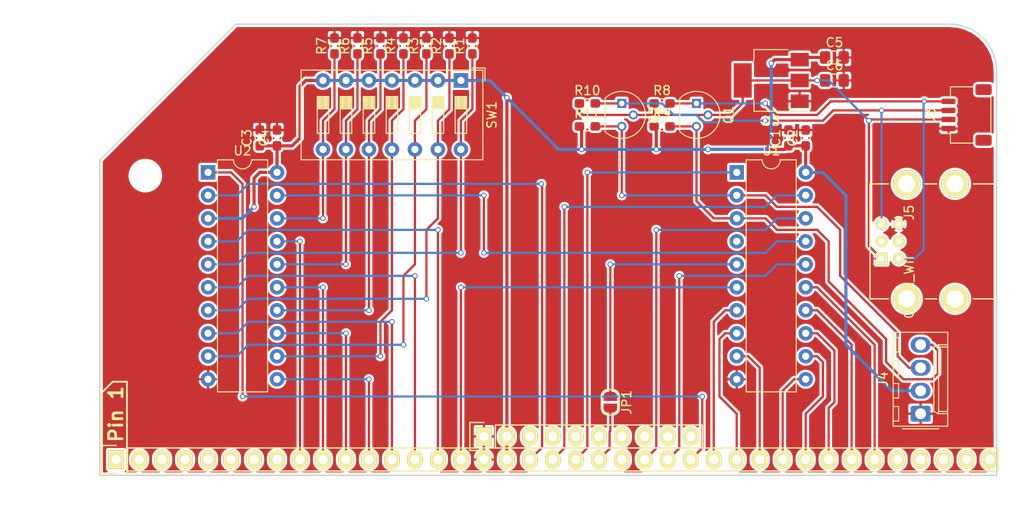
<source format=kicad_pcb>
(kicad_pcb (version 20171130) (host pcbnew "(5.1.5)-3")
  (layers (0 F.Cu signal) (31 B.Cu signal) (34 B.Paste user) (35 F.Paste user) (36 B.SilkS user) (37 F.SilkS user) (38 B.Mask user) (39 F.Mask user) (44 Edge.Cuts user))
  (net 0 "")
  (net 1 GND)
  (net 2 VCC)
  (net 3 A7)
  (net 4 A6)
  (net 5 A5)
  (net 6 A4)
  (net 7 A3)
  (net 8 A2)
  (net 9 A1)
  (net 10 A0)
  (net 11 /M1)
  (net 12 /RST)
  (net 13 CLK)
  (net 14 INT)
  (net 15 /WR)
  (net 16 /RD)
  (net 17 /IORQ)
  (net 18 D0)
  (net 19 D1)
  (net 20 D2)
  (net 21 D3)
  (net 22 D4)
  (net 23 D5)
  (net 24 D6)
  (net 25 D7)
  (net 26 +3V3)
  (net 27 "Net-(JP1-Pad1)")
  (net 28 /SCL_5)
  (net 29 /SCL_3.3)
  (net 30 /SDA_3.3)
  (net 31 /SDA_5)
  (net 32 "Net-(R1-Pad1)")
  (net 33 "Net-(R2-Pad1)")
  (net 34 "Net-(R3-Pad1)")
  (net 35 "Net-(R4-Pad1)")
  (net 36 "Net-(R5-Pad1)")
  (net 37 "Net-(R6-Pad1)")
  (net 38 "Net-(R7-Pad1)")
  (net 39 /~CS)
  (module Pin_Headers:Pin_Header_Straight_1x39_Pitch2.54mm (layer F.Cu) (at 147.32 152.3746 90)
    (fp_text reference J1 hide)
    (fp_text value CONN_01X39)
    (pad 1 thru_hole rect (at 0 0 90) (size 2.032 1.7272) (drill 1.016) (layers *.Cu *.Mask F.SilkS))
    (pad 2 thru_hole oval (at 0 2.54 90) (size 2.032 1.7272) (drill 1.016) (layers *.Cu *.Mask F.SilkS))
    (pad 3 thru_hole oval (at 0 5.08 90) (size 2.032 1.7272) (drill 1.016) (layers *.Cu *.Mask F.SilkS))
    (pad 4 thru_hole oval (at 0 7.62 90) (size 2.032 1.7272) (drill 1.016) (layers *.Cu *.Mask F.SilkS))
    (pad 5 thru_hole oval (at 0 10.16 90) (size 2.032 1.7272) (drill 1.016) (layers *.Cu *.Mask F.SilkS))
    (pad 6 thru_hole oval (at 0 12.7 90) (size 2.032 1.7272) (drill 1.016) (layers *.Cu *.Mask F.SilkS))
    (pad 7 thru_hole oval (at 0 15.24 90) (size 2.032 1.7272) (drill 1.016) (layers *.Cu *.Mask F.SilkS))
    (pad 8 thru_hole oval (at 0 17.78 90) (size 2.032 1.7272) (drill 1.016) (layers *.Cu *.Mask F.SilkS))
    (pad 9 thru_hole oval (at 0 20.32 90) (size 2.032 1.7272) (drill 1.016) (layers *.Cu *.Mask F.SilkS) (net 3 A7))
    (pad 10 thru_hole oval (at 0 22.86 90) (size 2.032 1.7272) (drill 1.016) (layers *.Cu *.Mask F.SilkS) (net 4 A6))
    (pad 11 thru_hole oval (at 0 25.4 90) (size 2.032 1.7272) (drill 1.016) (layers *.Cu *.Mask F.SilkS) (net 5 A5))
    (pad 12 thru_hole oval (at 0 27.94 90) (size 2.032 1.7272) (drill 1.016) (layers *.Cu *.Mask F.SilkS) (net 6 A4))
    (pad 13 thru_hole oval (at 0 30.48 90) (size 2.032 1.7272) (drill 1.016) (layers *.Cu *.Mask F.SilkS) (net 7 A3))
    (pad 14 thru_hole oval (at 0 33.02 90) (size 2.032 1.7272) (drill 1.016) (layers *.Cu *.Mask F.SilkS) (net 8 A2))
    (pad 15 thru_hole oval (at 0 35.56 90) (size 2.032 1.7272) (drill 1.016) (layers *.Cu *.Mask F.SilkS) (net 9 A1))
    (pad 16 thru_hole oval (at 0 38.1 90) (size 2.032 1.7272) (drill 1.016) (layers *.Cu *.Mask F.SilkS) (net 10 A0))
    (pad 17 thru_hole oval (at 0 40.64 90) (size 2.032 1.7272) (drill 1.016) (layers *.Cu *.Mask F.SilkS) (net 1 GND))
    (pad 18 thru_hole oval (at 0 43.18 90) (size 2.032 1.7272) (drill 1.016) (layers *.Cu *.Mask F.SilkS) (net 2 VCC))
    (pad 19 thru_hole oval (at 0 45.72 90) (size 2.032 1.7272) (drill 1.016) (layers *.Cu *.Mask F.SilkS) (net 11 /M1))
    (pad 20 thru_hole oval (at 0 48.26 90) (size 2.032 1.7272) (drill 1.016) (layers *.Cu *.Mask F.SilkS) (net 12 /RST))
    (pad 21 thru_hole oval (at 0 50.8 90) (size 2.032 1.7272) (drill 1.016) (layers *.Cu *.Mask F.SilkS) (net 13 CLK))
    (pad 22 thru_hole oval (at 0 53.34 90) (size 2.032 1.7272) (drill 1.016) (layers *.Cu *.Mask F.SilkS) (net 14 INT))
    (pad 23 thru_hole oval (at 0 55.88 90) (size 2.032 1.7272) (drill 1.016) (layers *.Cu *.Mask F.SilkS))
    (pad 24 thru_hole oval (at 0 58.42 90) (size 2.032 1.7272) (drill 1.016) (layers *.Cu *.Mask F.SilkS) (net 15 /WR))
    (pad 25 thru_hole oval (at 0 60.96 90) (size 2.032 1.7272) (drill 1.016) (layers *.Cu *.Mask F.SilkS) (net 16 /RD))
    (pad 26 thru_hole oval (at 0 63.5 90) (size 2.032 1.7272) (drill 1.016) (layers *.Cu *.Mask F.SilkS) (net 17 /IORQ))
    (pad 27 thru_hole oval (at 0 66.04 90) (size 2.032 1.7272) (drill 1.016) (layers *.Cu *.Mask F.SilkS) (net 18 D0))
    (pad 28 thru_hole oval (at 0 68.58 90) (size 2.032 1.7272) (drill 1.016) (layers *.Cu *.Mask F.SilkS) (net 19 D1))
    (pad 29 thru_hole oval (at 0 71.12 90) (size 2.032 1.7272) (drill 1.016) (layers *.Cu *.Mask F.SilkS) (net 20 D2))
    (pad 30 thru_hole oval (at 0 73.66 90) (size 2.032 1.7272) (drill 1.016) (layers *.Cu *.Mask F.SilkS) (net 21 D3))
    (pad 31 thru_hole oval (at 0 76.2 90) (size 2.032 1.7272) (drill 1.016) (layers *.Cu *.Mask F.SilkS) (net 22 D4))
    (pad 32 thru_hole oval (at 0 78.74 90) (size 2.032 1.7272) (drill 1.016) (layers *.Cu *.Mask F.SilkS) (net 23 D5))
    (pad 33 thru_hole oval (at 0 81.28 90) (size 2.032 1.7272) (drill 1.016) (layers *.Cu *.Mask F.SilkS) (net 24 D6))
    (pad 34 thru_hole oval (at 0 83.82 90) (size 2.032 1.7272) (drill 1.016) (layers *.Cu *.Mask F.SilkS) (net 25 D7))
    (pad 35 thru_hole oval (at 0 86.36 90) (size 2.032 1.7272) (drill 1.016) (layers *.Cu *.Mask F.SilkS))
    (pad 36 thru_hole oval (at 0 88.9 90) (size 2.032 1.7272) (drill 1.016) (layers *.Cu *.Mask F.SilkS))
    (pad 37 thru_hole oval (at 0 91.44 90) (size 2.032 1.7272) (drill 1.016) (layers *.Cu *.Mask F.SilkS))
    (pad 38 thru_hole oval (at 0 93.98 90) (size 2.032 1.7272) (drill 1.016) (layers *.Cu *.Mask F.SilkS))
    (pad 39 thru_hole oval (at 0 96.52 90) (size 2.032 1.7272) (drill 1.016) (layers *.Cu *.Mask F.SilkS))
  )
  (module Mounting_Holes:MountingHole_3.2mm_M3 (layer F.Cu) (at 150.5458 121.0056)
    (fp_text reference MNT0 hide)
    (fp_text value "" hide)
    (pad "" np_thru_hole circle (at 0 0) (size 3.2 3.2) (drill 3.2) (layers *.Cu *.Mask F.SilkS))
  )
  (module Pin_Headers:Pin_Header_Straight_1x10_Pitch2.54mm (layer F.Cu) (at 187.96 149.8346 90)
    (fp_text reference J2 hide)
    (fp_text value CONN_01X10 hide)
    (pad 1 thru_hole rect (at 0 0 90) (size 2.032 1.7272) (drill 1.016) (layers *.Cu *.Mask F.SilkS) (net 1 GND))
    (pad 2 thru_hole oval (at 0 2.54 90) (size 2.032 1.7272) (drill 1.016) (layers *.Cu *.Mask F.SilkS) (net 2 VCC))
    (pad 3 thru_hole oval (at 0 5.08 90) (size 2.032 1.7272) (drill 1.016) (layers *.Cu *.Mask F.SilkS))
    (pad 4 thru_hole oval (at 0 7.62 90) (size 2.032 1.7272) (drill 1.016) (layers *.Cu *.Mask F.SilkS))
    (pad 5 thru_hole oval (at 0 10.16 90) (size 2.032 1.7272) (drill 1.016) (layers *.Cu *.Mask F.SilkS))
    (pad 6 thru_hole oval (at 0 12.7 90) (size 2.032 1.7272) (drill 1.016) (layers *.Cu *.Mask F.SilkS))
    (pad 7 thru_hole oval (at 0 15.24 90) (size 2.032 1.7272) (drill 1.016) (layers *.Cu *.Mask F.SilkS))
    (pad 8 thru_hole oval (at 0 17.78 90) (size 2.032 1.7272) (drill 1.016) (layers *.Cu *.Mask F.SilkS))
    (pad 9 thru_hole oval (at 0 20.32 90) (size 2.032 1.7272) (drill 1.016) (layers *.Cu *.Mask F.SilkS))
    (pad 10 thru_hole oval (at 0 22.86 90) (size 2.032 1.7272) (drill 1.016) (layers *.Cu *.Mask F.SilkS))
  )
  (module Resistor_SMD:R_0603_1608Metric_Pad1.05x0.95mm_HandSolder (layer F.Cu) (at 221.615 116.84 90)
    (fp_text reference C1 (at 0 -1.43 90) (layer F.SilkS))
    (fp_text value 1u)
    (pad 2 smd roundrect (at 0.875 0 90) (size 1.05 0.95) (layers F.Cu F.Paste F.Mask) (net 1 GND))
    (pad 1 smd roundrect (at -0.875 0 90) (size 1.05 0.95) (layers F.Cu F.Paste F.Mask) (net 2 VCC))
  )
  (module Resistor_SMD:R_0603_1608Metric_Pad1.05x0.95mm_HandSolder (layer F.Cu) (at 223.52 116.84 90)
    (fp_text reference C2 (at 0 -1.43 90) (layer F.SilkS))
    (fp_text value 100n)
    (pad 1 smd roundrect (at -0.875 0 90) (size 1.05 0.95) (layers F.Cu F.Paste F.Mask) (net 2 VCC))
    (pad 2 smd roundrect (at 0.875 0 90) (size 1.05 0.95) (layers F.Cu F.Paste F.Mask) (net 1 GND))
  )
  (module Resistor_SMD:R_0603_1608Metric_Pad1.05x0.95mm_HandSolder (layer F.Cu) (at 163.195 116.84 90)
    (fp_text reference C3 (at 0 -1.43 90) (layer F.SilkS))
    (fp_text value 1u)
    (pad 2 smd roundrect (at 0.875 0 90) (size 1.05 0.95) (layers F.Cu F.Paste F.Mask) (net 1 GND))
    (pad 1 smd roundrect (at -0.875 0 90) (size 1.05 0.95) (layers F.Cu F.Paste F.Mask) (net 2 VCC))
  )
  (module Resistor_SMD:R_0603_1608Metric_Pad1.05x0.95mm_HandSolder (layer F.Cu) (at 165.1 116.84 90)
    (fp_text reference C4 (at 0 -1.43 90) (layer F.SilkS))
    (fp_text value 100n)
    (pad 1 smd roundrect (at -0.875 0 90) (size 1.05 0.95) (layers F.Cu F.Paste F.Mask) (net 2 VCC))
    (pad 2 smd roundrect (at 0.875 0 90) (size 1.05 0.95) (layers F.Cu F.Paste F.Mask) (net 1 GND))
  )
  (module Resistor_SMD:R_0805_2012Metric_Pad1.15x1.40mm_HandSolder (layer F.Cu) (at 226.695 107.95)
    (fp_text reference C5 (at 0 -1.65) (layer F.SilkS))
    (fp_text value 10u)
    (pad 1 smd roundrect (at -1.025 0) (size 1.15 1.4) (layers F.Cu F.Paste F.Mask) (roundrect_rratio 0.217391) (net 2 VCC))
    (pad 2 smd roundrect (at 1.025 0) (size 1.15 1.4) (layers F.Cu F.Paste F.Mask) (roundrect_rratio 0.217391) (net 1 GND))
  )
  (module Resistor_SMD:R_0805_2012Metric_Pad1.15x1.40mm_HandSolder (layer F.Cu) (at 226.695 110.49)
    (fp_text reference C6 (at 0 -1.65) (layer F.SilkS))
    (fp_text value 10u)
    (pad 2 smd roundrect (at 1.025 0) (size 1.15 1.4) (layers F.Cu F.Paste F.Mask) (roundrect_rratio 0.217391) (net 1 GND))
    (pad 1 smd roundrect (at -1.025 0) (size 1.15 1.4) (layers F.Cu F.Paste F.Mask) (roundrect_rratio 0.217391) (net 26 +3V3))
  )
  (module Jumper:SolderJumper-2_P1.3mm_Open_RoundedPad1.0x1.5mm (layer F.Cu) (at 201.93 146.05 270)
    (fp_text reference JP1 (at 0 -1.8 270) (layer F.SilkS))
    (fp_text value SolderJumper_2_Open)
    (pad 1 smd custom (at -0.65 0 270) (size 1 0.5) (layers F.Cu F.Mask) (net 27 "Net-(JP1-Pad1)") (options (clearance outline) (anchor rect)) (primitives (gr_circle (center 0 0.25) (end 0.5 0.25) (width 0)) (gr_circle (center 0 -0.25) (end 0.5 -0.25) (width 0)) (gr_poly (pts (xy 0 -0.75) (xy 0.5 -0.75) (xy 0.5 0.75) (xy 0 0.75)) (width 0))))
    (pad 2 smd custom (at 0.65 0 270) (size 1 0.5) (layers F.Cu F.Mask) (net 14 INT) (options (clearance outline) (anchor rect)) (primitives (gr_circle (center 0 0.25) (end 0.5 0.25) (width 0)) (gr_circle (center 0 -0.25) (end 0.5 -0.25) (width 0)) (gr_poly (pts (xy 0 -0.75) (xy -0.5 -0.75) (xy -0.5 0.75) (xy 0 0.75)) (width 0))))
  )
  (module TO_SOT_Packages_THT:TO-92_Molded_Narrow (layer F.Cu) (at 211.455 113.03 270)
    (fp_text reference Q1 (at 1.27 -3.56 90) (layer F.SilkS))
    (fp_text value 2N7000)
    (pad 2 thru_hole circle (at 1.27 -1.27) (size 1 1) (drill 0.6) (layers *.Cu *.Mask) (net 26 +3V3))
    (pad 3 thru_hole circle (at 2.54 0) (size 1 1) (drill 0.6) (layers *.Cu *.Mask) (net 28 /SCL_5))
    (pad 1 thru_hole rect (at 0 0) (size 1 1) (drill 0.6) (layers *.Cu *.Mask) (net 29 /SCL_3.3))
  )
  (module TO_SOT_Packages_THT:TO-92_Molded_Narrow (layer F.Cu) (at 203.2 113.03 270)
    (fp_text reference Q2 (at 1.27 -3.56 90) (layer F.SilkS))
    (fp_text value 2N7000)
    (pad 1 thru_hole rect (at 0 0) (size 1 1) (drill 0.6) (layers *.Cu *.Mask) (net 30 /SDA_3.3))
    (pad 3 thru_hole circle (at 2.54 0) (size 1 1) (drill 0.6) (layers *.Cu *.Mask) (net 31 /SDA_5))
    (pad 2 thru_hole circle (at 1.27 -1.27) (size 1 1) (drill 0.6) (layers *.Cu *.Mask) (net 26 +3V3))
  )
  (module Resistor_SMD:R_0603_1608Metric_Pad1.05x0.95mm_HandSolder (layer F.Cu) (at 186.69 106.68 90)
    (fp_text reference R1 (at 0 -1.43 90) (layer F.SilkS))
    (fp_text value 10K)
    (pad 1 smd roundrect (at -0.875 0 90) (size 1.05 0.95) (layers F.Cu F.Paste F.Mask) (net 32 "Net-(R1-Pad1)"))
    (pad 2 smd roundrect (at 0.875 0 90) (size 1.05 0.95) (layers F.Cu F.Paste F.Mask) (net 1 GND))
  )
  (module Resistor_SMD:R_0603_1608Metric_Pad1.05x0.95mm_HandSolder (layer F.Cu) (at 184.15 106.68 90)
    (fp_text reference R2 (at 0 -1.43 90) (layer F.SilkS))
    (fp_text value 10K)
    (pad 2 smd roundrect (at 0.875 0 90) (size 1.05 0.95) (layers F.Cu F.Paste F.Mask) (net 1 GND))
    (pad 1 smd roundrect (at -0.875 0 90) (size 1.05 0.95) (layers F.Cu F.Paste F.Mask) (net 33 "Net-(R2-Pad1)"))
  )
  (module Resistor_SMD:R_0603_1608Metric_Pad1.05x0.95mm_HandSolder (layer F.Cu) (at 181.61 106.68 90)
    (fp_text reference R3 (at 0 -1.43 90) (layer F.SilkS))
    (fp_text value 10K)
    (pad 1 smd roundrect (at -0.875 0 90) (size 1.05 0.95) (layers F.Cu F.Paste F.Mask) (net 34 "Net-(R3-Pad1)"))
    (pad 2 smd roundrect (at 0.875 0 90) (size 1.05 0.95) (layers F.Cu F.Paste F.Mask) (net 1 GND))
  )
  (module Resistor_SMD:R_0603_1608Metric_Pad1.05x0.95mm_HandSolder (layer F.Cu) (at 179.07 106.68 90)
    (fp_text reference R4 (at 0 -1.43 90) (layer F.SilkS))
    (fp_text value 10K)
    (pad 2 smd roundrect (at 0.875 0 90) (size 1.05 0.95) (layers F.Cu F.Paste F.Mask) (net 1 GND))
    (pad 1 smd roundrect (at -0.875 0 90) (size 1.05 0.95) (layers F.Cu F.Paste F.Mask) (net 35 "Net-(R4-Pad1)"))
  )
  (module Resistor_SMD:R_0603_1608Metric_Pad1.05x0.95mm_HandSolder (layer F.Cu) (at 176.53 106.68 90)
    (fp_text reference R5 (at 0 -1.43 90) (layer F.SilkS))
    (fp_text value 10K)
    (pad 1 smd roundrect (at -0.875 0 90) (size 1.05 0.95) (layers F.Cu F.Paste F.Mask) (net 36 "Net-(R5-Pad1)"))
    (pad 2 smd roundrect (at 0.875 0 90) (size 1.05 0.95) (layers F.Cu F.Paste F.Mask) (net 1 GND))
  )
  (module Resistor_SMD:R_0603_1608Metric_Pad1.05x0.95mm_HandSolder (layer F.Cu) (at 173.99 106.68 90)
    (fp_text reference R6 (at 0 -1.43 90) (layer F.SilkS))
    (fp_text value 10K)
    (pad 2 smd roundrect (at 0.875 0 90) (size 1.05 0.95) (layers F.Cu F.Paste F.Mask) (net 1 GND))
    (pad 1 smd roundrect (at -0.875 0 90) (size 1.05 0.95) (layers F.Cu F.Paste F.Mask) (net 37 "Net-(R6-Pad1)"))
  )
  (module Resistor_SMD:R_0603_1608Metric_Pad1.05x0.95mm_HandSolder (layer F.Cu) (at 171.45 106.68 90)
    (fp_text reference R7 (at 0 -1.43 90) (layer F.SilkS))
    (fp_text value 10K)
    (pad 1 smd roundrect (at -0.875 0 90) (size 1.05 0.95) (layers F.Cu F.Paste F.Mask) (net 38 "Net-(R7-Pad1)"))
    (pad 2 smd roundrect (at 0.875 0 90) (size 1.05 0.95) (layers F.Cu F.Paste F.Mask) (net 1 GND))
  )
  (module Resistor_SMD:R_0603_1608Metric_Pad1.05x0.95mm_HandSolder (layer F.Cu) (at 207.645 113.03)
    (fp_text reference R8 (at 0 -1.43) (layer F.SilkS))
    (fp_text value 4.7K)
    (pad 2 smd roundrect (at 0.875 0) (size 1.05 0.95) (layers F.Cu F.Paste F.Mask) (net 29 /SCL_3.3))
    (pad 1 smd roundrect (at -0.875 0) (size 1.05 0.95) (layers F.Cu F.Paste F.Mask) (net 26 +3V3))
  )
  (module Resistor_SMD:R_0603_1608Metric_Pad1.05x0.95mm_HandSolder (layer F.Cu) (at 207.645 115.57)
    (fp_text reference R9 (at 0 -1.43) (layer F.SilkS))
    (fp_text value 4.7K)
    (pad 1 smd roundrect (at -0.875 0) (size 1.05 0.95) (layers F.Cu F.Paste F.Mask) (net 2 VCC))
    (pad 2 smd roundrect (at 0.875 0) (size 1.05 0.95) (layers F.Cu F.Paste F.Mask) (net 28 /SCL_5))
  )
  (module Resistor_SMD:R_0603_1608Metric_Pad1.05x0.95mm_HandSolder (layer F.Cu) (at 199.39 113.03)
    (fp_text reference R10 (at 0 -1.43) (layer F.SilkS))
    (fp_text value 4.7K)
    (pad 2 smd roundrect (at 0.875 0) (size 1.05 0.95) (layers F.Cu F.Paste F.Mask) (net 30 /SDA_3.3))
    (pad 1 smd roundrect (at -0.875 0) (size 1.05 0.95) (layers F.Cu F.Paste F.Mask) (net 26 +3V3))
  )
  (module Resistor_SMD:R_0603_1608Metric_Pad1.05x0.95mm_HandSolder (layer F.Cu) (at 199.39 115.57)
    (fp_text reference R11 (at 0 -1.43) (layer F.SilkS))
    (fp_text value 4.7K)
    (pad 1 smd roundrect (at -0.875 0) (size 1.05 0.95) (layers F.Cu F.Paste F.Mask) (net 2 VCC))
    (pad 2 smd roundrect (at 0.875 0) (size 1.05 0.95) (layers F.Cu F.Paste F.Mask) (net 31 /SDA_5))
  )
  (module Button_Switch_THT:SW_DIP_SPSTx07_Slide_9.78x19.96mm_W7.62mm_P2.54mm (layer F.Cu) (at 185.42 110.49 270)
    (fp_text reference SW1 (at 3.81 -3.42 90) (layer F.SilkS))
    (fp_text value SW_DIP_x07)
    (pad 1 thru_hole rect (at 0 0 270) (size 1.6 1.6) (drill 0.8) (layers *.Cu *.Mask) (net 2 VCC))
    (pad 8 thru_hole oval (at 7.62 15.24 270) (size 1.6 1.6) (drill 0.8) (layers *.Cu *.Mask) (net 38 "Net-(R7-Pad1)"))
    (pad 2 thru_hole oval (at 0 2.54 270) (size 1.6 1.6) (drill 0.8) (layers *.Cu *.Mask) (net 2 VCC))
    (pad 9 thru_hole oval (at 7.62 12.7 270) (size 1.6 1.6) (drill 0.8) (layers *.Cu *.Mask) (net 37 "Net-(R6-Pad1)"))
    (pad 3 thru_hole oval (at 0 5.08 270) (size 1.6 1.6) (drill 0.8) (layers *.Cu *.Mask) (net 2 VCC))
    (pad 10 thru_hole oval (at 7.62 10.16 270) (size 1.6 1.6) (drill 0.8) (layers *.Cu *.Mask) (net 36 "Net-(R5-Pad1)"))
    (pad 4 thru_hole oval (at 0 7.62 270) (size 1.6 1.6) (drill 0.8) (layers *.Cu *.Mask) (net 2 VCC))
    (pad 11 thru_hole oval (at 7.62 7.62 270) (size 1.6 1.6) (drill 0.8) (layers *.Cu *.Mask) (net 35 "Net-(R4-Pad1)"))
    (pad 5 thru_hole oval (at 0 10.16 270) (size 1.6 1.6) (drill 0.8) (layers *.Cu *.Mask) (net 2 VCC))
    (pad 12 thru_hole oval (at 7.62 5.08 270) (size 1.6 1.6) (drill 0.8) (layers *.Cu *.Mask) (net 34 "Net-(R3-Pad1)"))
    (pad 6 thru_hole oval (at 0 12.7 270) (size 1.6 1.6) (drill 0.8) (layers *.Cu *.Mask) (net 2 VCC))
    (pad 13 thru_hole oval (at 7.62 2.54 270) (size 1.6 1.6) (drill 0.8) (layers *.Cu *.Mask) (net 33 "Net-(R2-Pad1)"))
    (pad 7 thru_hole oval (at 0 15.24 270) (size 1.6 1.6) (drill 0.8) (layers *.Cu *.Mask) (net 2 VCC))
    (pad 14 thru_hole oval (at 7.62 0 270) (size 1.6 1.6) (drill 0.8) (layers *.Cu *.Mask) (net 32 "Net-(R1-Pad1)"))
  )
  (module Housings_DIP:DIP-20_W7.62mm (layer F.Cu) (at 215.9 120.65)
    (fp_text reference U1 (at 3.81 -2.39) (layer F.SilkS))
    (fp_text value PCF8584)
    (pad 20 thru_hole oval (at 7.62 0) (size 1.6 1.6) (drill 0.8) (layers *.Cu *.Mask) (net 2 VCC))
    (pad 10 thru_hole oval (at 0 22.86) (size 1.6 1.6) (drill 0.8) (layers *.Cu *.Mask) (net 1 GND))
    (pad 19 thru_hole oval (at 7.62 2.54) (size 1.6 1.6) (drill 0.8) (layers *.Cu *.Mask) (net 12 /RST))
    (pad 9 thru_hole oval (at 0 20.32) (size 1.6 1.6) (drill 0.8) (layers *.Cu *.Mask) (net 20 D2))
    (pad 18 thru_hole oval (at 7.62 5.08) (size 1.6 1.6) (drill 0.8) (layers *.Cu *.Mask) (net 15 /WR))
    (pad 8 thru_hole oval (at 0 17.78) (size 1.6 1.6) (drill 0.8) (layers *.Cu *.Mask) (net 19 D1))
    (pad 17 thru_hole oval (at 7.62 7.62) (size 1.6 1.6) (drill 0.8) (layers *.Cu *.Mask) (net 39 /~CS))
    (pad 7 thru_hole oval (at 0 15.24) (size 1.6 1.6) (drill 0.8) (layers *.Cu *.Mask) (net 18 D0))
    (pad 16 thru_hole oval (at 7.62 10.16) (size 1.6 1.6) (drill 0.8) (layers *.Cu *.Mask) (net 16 /RD))
    (pad 6 thru_hole oval (at 0 12.7) (size 1.6 1.6) (drill 0.8) (layers *.Cu *.Mask) (net 10 A0))
    (pad 15 thru_hole oval (at 7.62 12.7) (size 1.6 1.6) (drill 0.8) (layers *.Cu *.Mask) (net 25 D7))
    (pad 5 thru_hole oval (at 0 10.16) (size 1.6 1.6) (drill 0.8) (layers *.Cu *.Mask) (net 27 "Net-(JP1-Pad1)"))
    (pad 14 thru_hole oval (at 7.62 15.24) (size 1.6 1.6) (drill 0.8) (layers *.Cu *.Mask) (net 24 D6))
    (pad 4 thru_hole oval (at 0 7.62) (size 1.6 1.6) (drill 0.8) (layers *.Cu *.Mask))
    (pad 13 thru_hole oval (at 7.62 17.78) (size 1.6 1.6) (drill 0.8) (layers *.Cu *.Mask) (net 23 D5))
    (pad 3 thru_hole oval (at 0 5.08) (size 1.6 1.6) (drill 0.8) (layers *.Cu *.Mask) (net 28 /SCL_5))
    (pad 12 thru_hole oval (at 7.62 20.32) (size 1.6 1.6) (drill 0.8) (layers *.Cu *.Mask) (net 22 D4))
    (pad 2 thru_hole oval (at 0 2.54) (size 1.6 1.6) (drill 0.8) (layers *.Cu *.Mask) (net 31 /SDA_5))
    (pad 11 thru_hole oval (at 7.62 22.86) (size 1.6 1.6) (drill 0.8) (layers *.Cu *.Mask) (net 21 D3))
    (pad 1 thru_hole rect (at 0 0) (size 1.6 1.6) (drill 0.8) (layers *.Cu *.Mask) (net 13 CLK))
  )
  (module Housings_DIP:DIP-20_W7.62mm (layer F.Cu) (at 157.48 120.65)
    (fp_text reference U2 (at 3.81 -2.39) (layer F.SilkS))
    (fp_text value 74LS688)
    (pad 1 thru_hole rect (at 0 0) (size 1.6 1.6) (drill 0.8) (layers *.Cu *.Mask) (net 17 /IORQ))
    (pad 11 thru_hole oval (at 7.62 22.86) (size 1.6 1.6) (drill 0.8) (layers *.Cu *.Mask) (net 6 A4))
    (pad 2 thru_hole oval (at 0 2.54) (size 1.6 1.6) (drill 0.8) (layers *.Cu *.Mask) (net 11 /M1))
    (pad 12 thru_hole oval (at 7.62 20.32) (size 1.6 1.6) (drill 0.8) (layers *.Cu *.Mask) (net 35 "Net-(R4-Pad1)"))
    (pad 3 thru_hole oval (at 0 5.08) (size 1.6 1.6) (drill 0.8) (layers *.Cu *.Mask) (net 2 VCC))
    (pad 13 thru_hole oval (at 7.62 17.78) (size 1.6 1.6) (drill 0.8) (layers *.Cu *.Mask) (net 5 A5))
    (pad 4 thru_hole oval (at 0 7.62) (size 1.6 1.6) (drill 0.8) (layers *.Cu *.Mask) (net 9 A1))
    (pad 14 thru_hole oval (at 7.62 15.24) (size 1.6 1.6) (drill 0.8) (layers *.Cu *.Mask) (net 36 "Net-(R5-Pad1)"))
    (pad 5 thru_hole oval (at 0 10.16) (size 1.6 1.6) (drill 0.8) (layers *.Cu *.Mask) (net 32 "Net-(R1-Pad1)"))
    (pad 15 thru_hole oval (at 7.62 12.7) (size 1.6 1.6) (drill 0.8) (layers *.Cu *.Mask) (net 4 A6))
    (pad 6 thru_hole oval (at 0 12.7) (size 1.6 1.6) (drill 0.8) (layers *.Cu *.Mask) (net 8 A2))
    (pad 16 thru_hole oval (at 7.62 10.16) (size 1.6 1.6) (drill 0.8) (layers *.Cu *.Mask) (net 37 "Net-(R6-Pad1)"))
    (pad 7 thru_hole oval (at 0 15.24) (size 1.6 1.6) (drill 0.8) (layers *.Cu *.Mask) (net 33 "Net-(R2-Pad1)"))
    (pad 17 thru_hole oval (at 7.62 7.62) (size 1.6 1.6) (drill 0.8) (layers *.Cu *.Mask) (net 3 A7))
    (pad 8 thru_hole oval (at 0 17.78) (size 1.6 1.6) (drill 0.8) (layers *.Cu *.Mask) (net 7 A3))
    (pad 18 thru_hole oval (at 7.62 5.08) (size 1.6 1.6) (drill 0.8) (layers *.Cu *.Mask) (net 38 "Net-(R7-Pad1)"))
    (pad 9 thru_hole oval (at 0 20.32) (size 1.6 1.6) (drill 0.8) (layers *.Cu *.Mask) (net 34 "Net-(R3-Pad1)"))
    (pad 19 thru_hole oval (at 7.62 2.54) (size 1.6 1.6) (drill 0.8) (layers *.Cu *.Mask) (net 39 /~CS))
    (pad 10 thru_hole oval (at 0 22.86) (size 1.6 1.6) (drill 0.8) (layers *.Cu *.Mask) (net 1 GND))
    (pad 20 thru_hole oval (at 7.62 0) (size 1.6 1.6) (drill 0.8) (layers *.Cu *.Mask) (net 2 VCC))
  )
  (module TO_SOT_Packages_SMD:SOT-223-3Lead_TabPin2 (layer F.Cu) (at 219.71 110.49 180)
    (fp_text reference U3 (at 0 -4.5) (layer F.SilkS))
    (fp_text value AP1117-33)
    (pad 2 smd rect (at 3.15 0 180) (size 2 3.8) (layers F.Cu F.Paste F.Mask) (net 26 +3V3))
    (pad 2 smd rect (at -3.15 0 180) (size 2 1.5) (layers F.Cu F.Paste F.Mask) (net 26 +3V3))
    (pad 3 smd rect (at -3.15 2.3 180) (size 2 1.5) (layers F.Cu F.Paste F.Mask) (net 2 VCC))
    (pad 1 smd rect (at -3.15 -2.3 180) (size 2 1.5) (layers F.Cu F.Paste F.Mask) (net 1 GND))
  )
  (module Connector_JST:JST_SH_SM04B-SRSS-TB_1x04-1MP_P1.00mm_Horizontal (layer F.Cu) (at 241.3 114.3 90)
    (fp_text reference J3 (at 0 -3.98 90) (layer F.SilkS))
    (fp_text value Conn_01x04)
    (pad 1 smd roundrect (at -1.5 -2 90) (size 0.6 1.55) (layers F.Cu F.Paste F.Mask) (net 1 GND))
    (pad 2 smd roundrect (at -0.5 -2 90) (size 0.6 1.55) (layers F.Cu F.Paste F.Mask) (net 26 +3V3))
    (pad 3 smd roundrect (at 0.5 -2 90) (size 0.6 1.55) (layers F.Cu F.Paste F.Mask) (net 30 /SDA_3.3))
    (pad 4 smd roundrect (at 1.5 -2 90) (size 0.6 1.55) (layers F.Cu F.Paste F.Mask) (net 29 /SCL_3.3))
    (pad MP smd roundrect (at -2.8 1.875 90) (size 1.2 1.8) (layers F.Cu F.Paste F.Mask) (roundrect_rratio 0.208333))
    (pad MP smd roundrect (at 2.8 1.875 90) (size 1.2 1.8) (layers F.Cu F.Paste F.Mask) (roundrect_rratio 0.208333))
  )
  (module Connector_Molex:Molex_KK-254_AE-6410-04A_1x04_P2.54mm_Vertical (layer F.Cu) (at 236.22 147.32 90)
    (fp_text reference J4 (at 3.81 -4.12 90) (layer F.SilkS))
    (fp_text value Conn_01x04)
    (pad 1 thru_hole roundrect (at 0 0 90) (size 1.74 2.2) (drill 1.2) (layers *.Cu *.Mask) (roundrect_rratio 0.143678) (net 1 GND))
    (pad 2 thru_hole oval (at 2.54 0 90) (size 1.74 2.2) (drill 1.2) (layers *.Cu *.Mask) (net 2 VCC))
    (pad 3 thru_hole oval (at 5.08 0 90) (size 1.74 2.2) (drill 1.2) (layers *.Cu *.Mask) (net 31 /SDA_5))
    (pad 4 thru_hole oval (at 7.62 0 90) (size 1.74 2.2) (drill 1.2) (layers *.Cu *.Mask) (net 28 /SCL_5))
  )
  (module rc2014parts:CONN_WII (layer F.Cu) (at 237.49 128.27 270)
    (fp_text reference J5 (at -3.175 2.54 90) (layer F.SilkS))
    (fp_text value CONN_WII (at 5.08 2.54 90) (layer F.SilkS))
    (pad 1 thru_hole rect (at 1.905 5.588 270) (size 1.27 1.27) (drill 0.635) (layers *.Cu *.Mask F.SilkS) (net 26 +3V3))
    (pad 2 thru_hole circle (at 1.905 3.683 270) (size 1.27 1.27) (drill 0.635) (layers *.Cu *.Mask F.SilkS) (net 29 /SCL_3.3))
    (pad 3 thru_hole circle (at 0 5.588 270) (size 1.27 1.27) (drill 0.635) (layers *.Cu *.Mask F.SilkS))
    (pad 4 thru_hole circle (at 0 3.683 270) (size 1.27 1.27) (drill 0.635) (layers *.Cu *.Mask F.SilkS))
    (pad 5 thru_hole circle (at -1.905 5.588 270) (size 1.27 1.27) (drill 0.635) (layers *.Cu *.Mask F.SilkS) (net 30 /SDA_3.3))
    (pad 6 thru_hole circle (at -1.905 3.683 270) (size 1.27 1.27) (drill 0.635) (layers *.Cu *.Mask F.SilkS) (net 1 GND))
    (pad "" thru_hole circle (at 6.35 2.794 270) (size 3.048 3.048) (drill 1.905) (layers *.Cu *.Mask F.SilkS))
    (pad "" thru_hole circle (at -6.35 -2.54 270) (size 3.048 3.048) (drill 1.905) (layers *.Cu *.Mask F.SilkS))
    (pad "" thru_hole circle (at 6.35 -2.54 270) (size 3.048 3.048) (drill 1.905) (layers *.Cu *.Mask F.SilkS))
    (pad "" thru_hole circle (at -6.35 2.794 270) (size 3.048 3.048) (drill 1.905) (layers *.Cu *.Mask F.SilkS))
  )
  (gr_arc (start 239.4364 109.447) (end 239.4364 104.267) (angle 90) (layer Edge.Cuts) (width 0.15))
  (gr_line (start 148.5138 153.89352) (end 148.54936 153.89352) (angle 90) (layer F.SilkS) (width 0.2))
  (gr_line (start 148.5138 143.78178) (end 148.5138 153.89352) (angle 90) (layer F.SilkS) (width 0.2))
  (gr_line (start 146.94408 143.78178) (end 148.5138 143.78178) (angle 90) (layer F.SilkS) (width 0.2))
  (gr_line (start 145.76298 144.96288) (end 146.94408 143.78178) (angle 90) (layer F.SilkS) (width 0.2))
  (gr_line (start 145.76298 153.89352) (end 145.76298 144.96288) (angle 90) (layer F.SilkS) (width 0.2))
  (gr_text "Pin 1" (at 147.29968 147.36318 90) (layer F.SilkS) (effects (font (size 1.5 1.5) (thickness 0.3))))
  (gr_line (start 244.618 109.447) (end 244.618 154.1272) (angle 90) (layer Edge.Cuts) (width 0.15))
  (gr_line (start 239.4364 104.267) (end 160.528 104.267) (angle 90) (layer Edge.Cuts) (width 0.15))
  (gr_line (start 145.5166 119.2784) (end 145.5166 154.1272) (angle 90) (layer Edge.Cuts) (width 0.15))
  (gr_line (start 160.528 104.267) (end 145.5166 119.2784) (angle 90) (layer Edge.Cuts) (width 0.15))
  (gr_line (start 145.5166 154.1272) (end 244.618 154.1272) (angle 90) (layer Edge.Cuts) (width 0.15))
  (segment (start 185.42 110.49) (end 182.88 110.49) (width 0.35) (layer B.Cu) (net 2))
  (segment (start 182.88 110.49) (end 180.34 110.49) (width 0.35) (layer B.Cu) (net 2))
  (segment (start 180.34 110.49) (end 177.8 110.49) (width 0.35) (layer B.Cu) (net 2))
  (segment (start 177.8 110.49) (end 175.26 110.49) (width 0.35) (layer B.Cu) (net 2))
  (segment (start 175.26 110.49) (end 172.72 110.49) (width 0.35) (layer B.Cu) (net 2))
  (segment (start 172.72 110.49) (end 170.18 110.49) (width 0.35) (layer B.Cu) (net 2))
  (segment (start 157.48 125.73) (end 161.29 125.73) (width 0.35) (layer B.Cu) (net 2))
  (via (at 162.56 124.46) (size 0.6) (drill 0.4) (layers F.Cu B.Cu) (net 2))
  (segment (start 161.29 125.73) (end 162.56 124.46) (width 0.35) (layer B.Cu) (net 2))
  (segment (start 162.56 124.46) (end 162.56 121.285) (width 0.35) (layer F.Cu) (net 2))
  (segment (start 162.56 121.285) (end 163.195 120.65) (width 0.35) (layer F.Cu) (net 2))
  (segment (start 163.195 120.65) (end 165.1 120.65) (width 0.35) (layer F.Cu) (net 2))
  (segment (start 223.52 120.65) (end 223.52 117.715) (width 0.35) (layer F.Cu) (net 2))
  (segment (start 223.52 117.715) (end 221.615 117.715) (width 0.35) (layer F.Cu) (net 2))
  (segment (start 221.615 117.715) (end 221.22 118.11) (width 0.35) (layer F.Cu) (net 2))
  (via (at 212.725 118.11) (size 0.6) (drill 0.4) (layers F.Cu B.Cu) (net 2))
  (segment (start 221.22 118.11) (end 212.725 118.11) (width 0.35) (layer F.Cu) (net 2))
  (via (at 207.01 118.11) (size 0.6) (drill 0.4) (layers F.Cu B.Cu) (net 2))
  (segment (start 212.725 118.11) (end 207.01 118.11) (width 0.35) (layer B.Cu) (net 2))
  (segment (start 207.01 115.81) (end 206.77 115.57) (width 0.35) (layer F.Cu) (net 2))
  (segment (start 207.01 118.11) (end 207.01 115.81) (width 0.35) (layer F.Cu) (net 2))
  (via (at 198.755 118.11) (size 0.6) (drill 0.4) (layers F.Cu B.Cu) (net 2))
  (segment (start 207.01 118.11) (end 198.755 118.11) (width 0.35) (layer B.Cu) (net 2))
  (segment (start 198.755 115.81) (end 198.515 115.57) (width 0.35) (layer F.Cu) (net 2))
  (segment (start 198.755 118.11) (end 198.755 115.81) (width 0.35) (layer F.Cu) (net 2))
  (segment (start 198.755 118.11) (end 196.215 118.11) (width 0.35) (layer B.Cu) (net 2))
  (segment (start 188.595 110.49) (end 185.42 110.49) (width 0.35) (layer B.Cu) (net 2))
  (segment (start 165.1 120.65) (end 165.1 117.715) (width 0.35) (layer F.Cu) (net 2))
  (segment (start 165.1 117.715) (end 163.195 117.715) (width 0.35) (layer F.Cu) (net 2))
  (segment (start 165.1 117.715) (end 166.765 117.715) (width 0.35) (layer F.Cu) (net 2))
  (segment (start 166.765 117.715) (end 167.64 116.84) (width 0.35) (layer F.Cu) (net 2))
  (segment (start 167.64 116.84) (end 167.64 111.125) (width 0.35) (layer F.Cu) (net 2))
  (segment (start 168.275 110.49) (end 170.18 110.49) (width 0.35) (layer F.Cu) (net 2))
  (segment (start 167.64 111.125) (end 168.275 110.49) (width 0.35) (layer F.Cu) (net 2))
  (segment (start 190.5 152.3746) (end 190.5 149.8346) (width 0.35) (layer F.Cu) (net 2))
  (segment (start 190.5 149.8346) (end 190.5 112.395) (width 0.35) (layer F.Cu) (net 2))
  (segment (start 196.215 118.11) (end 190.5 112.395) (width 0.35) (layer B.Cu) (net 2))
  (via (at 190.5 112.395) (size 0.6) (drill 0.4) (layers F.Cu B.Cu) (net 2))
  (segment (start 190.5 112.395) (end 188.595 110.49) (width 0.35) (layer B.Cu) (net 2))
  (segment (start 223.1 107.95) (end 222.86 108.19) (width 0.35) (layer F.Cu) (net 2))
  (segment (start 225.67 107.95) (end 223.1 107.95) (width 0.35) (layer F.Cu) (net 2))
  (via (at 219.71 108.585) (size 0.6) (drill 0.4) (layers F.Cu B.Cu) (net 2))
  (segment (start 222.86 108.19) (end 220.105 108.19) (width 0.35) (layer F.Cu) (net 2))
  (segment (start 220.105 108.19) (end 219.71 108.585) (width 0.35) (layer F.Cu) (net 2))
  (segment (start 219.71 108.585) (end 219.71 117.475) (width 0.35) (layer B.Cu) (net 2))
  (segment (start 219.71 117.475) (end 219.075 118.11) (width 0.35) (layer B.Cu) (net 2))
  (segment (start 219.075 118.11) (end 212.725 118.11) (width 0.35) (layer B.Cu) (net 2))
  (segment (start 236.22 144.78) (end 233.045 144.78) (width 0.35) (layer B.Cu) (net 2))
  (segment (start 233.045 144.78) (end 227.965 139.7) (width 0.35) (layer B.Cu) (net 2))
  (segment (start 227.965 139.7) (end 227.965 123.19) (width 0.35) (layer B.Cu) (net 2))
  (segment (start 225.425 120.65) (end 223.52 120.65) (width 0.35) (layer B.Cu) (net 2))
  (segment (start 227.965 123.19) (end 225.425 120.65) (width 0.35) (layer B.Cu) (net 2))
  (via (at 167.64 128.27) (size 0.6) (drill 0.4) (layers F.Cu B.Cu) (net 3))
  (segment (start 167.64 152.3746) (end 167.64 128.27) (width 0.25) (layer F.Cu) (net 3))
  (segment (start 167.64 128.27) (end 165.1 128.27) (width 0.25) (layer B.Cu) (net 3))
  (via (at 170.18 133.35) (size 0.6) (drill 0.4) (layers F.Cu B.Cu) (net 4))
  (segment (start 170.18 152.3746) (end 170.18 133.35) (width 0.25) (layer F.Cu) (net 4))
  (segment (start 170.18 133.35) (end 165.1 133.35) (width 0.25) (layer B.Cu) (net 4))
  (via (at 172.72 138.43) (size 0.6) (drill 0.4) (layers F.Cu B.Cu) (net 5))
  (segment (start 172.72 152.3746) (end 172.72 138.43) (width 0.25) (layer F.Cu) (net 5))
  (segment (start 172.72 138.43) (end 165.1 138.43) (width 0.25) (layer B.Cu) (net 5))
  (via (at 175.26 143.51) (size 0.6) (drill 0.4) (layers F.Cu B.Cu) (net 6))
  (segment (start 175.26 152.3746) (end 175.26 143.51) (width 0.25) (layer F.Cu) (net 6))
  (segment (start 175.26 143.51) (end 165.1 143.51) (width 0.25) (layer B.Cu) (net 6))
  (via (at 177.8 137.16) (size 0.6) (drill 0.4) (layers F.Cu B.Cu) (net 7))
  (segment (start 177.8 152.3746) (end 177.8 137.16) (width 0.25) (layer F.Cu) (net 7))
  (segment (start 177.8 137.16) (end 161.925 137.16) (width 0.25) (layer B.Cu) (net 7))
  (segment (start 160.655 138.43) (end 157.48 138.43) (width 0.25) (layer B.Cu) (net 7))
  (segment (start 161.925 137.16) (end 160.655 138.43) (width 0.25) (layer B.Cu) (net 7))
  (via (at 180.34 132.08) (size 0.6) (drill 0.4) (layers F.Cu B.Cu) (net 8))
  (segment (start 180.34 152.3746) (end 180.34 132.08) (width 0.25) (layer F.Cu) (net 8))
  (segment (start 180.34 132.08) (end 161.925 132.08) (width 0.25) (layer B.Cu) (net 8))
  (segment (start 160.655 133.35) (end 157.48 133.35) (width 0.25) (layer B.Cu) (net 8))
  (segment (start 161.925 132.08) (end 160.655 133.35) (width 0.25) (layer B.Cu) (net 8))
  (via (at 182.88 127) (size 0.6) (drill 0.4) (layers F.Cu B.Cu) (net 9))
  (segment (start 182.88 152.3746) (end 182.88 127) (width 0.25) (layer F.Cu) (net 9))
  (segment (start 182.88 127) (end 161.925 127) (width 0.25) (layer B.Cu) (net 9))
  (segment (start 160.655 128.27) (end 157.48 128.27) (width 0.25) (layer B.Cu) (net 9))
  (segment (start 161.925 127) (end 160.655 128.27) (width 0.25) (layer B.Cu) (net 9))
  (via (at 185.42 133.35) (size 0.6) (drill 0.4) (layers F.Cu B.Cu) (net 10))
  (segment (start 215.9 133.35) (end 185.42 133.35) (width 0.25) (layer B.Cu) (net 10))
  (segment (start 185.42 133.35) (end 185.42 152.3746) (width 0.25) (layer F.Cu) (net 10))
  (segment (start 193.04 152.3746) (end 193.0654 152.3746) (width 0.25) (layer F.Cu) (net 11))
  (segment (start 194.39139 122.00139) (end 194.31 121.92) (width 0.25) (layer F.Cu) (net 11))
  (segment (start 193.0654 152.3746) (end 194.39139 151.04861) (width 0.25) (layer F.Cu) (net 11))
  (via (at 194.31 121.92) (size 0.6) (drill 0.4) (layers F.Cu B.Cu) (net 11))
  (segment (start 194.39139 151.04861) (end 194.39139 122.00139) (width 0.25) (layer F.Cu) (net 11))
  (segment (start 160.655 123.19) (end 157.48 123.19) (width 0.25) (layer B.Cu) (net 11))
  (segment (start 194.31 121.92) (end 161.925 121.92) (width 0.25) (layer B.Cu) (net 11))
  (segment (start 161.925 121.92) (end 160.655 123.19) (width 0.25) (layer B.Cu) (net 11))
  (segment (start 195.58 152.3746) (end 195.6054 152.3746) (width 0.25) (layer F.Cu) (net 12))
  (segment (start 195.6054 152.3746) (end 196.85 151.13) (width 0.25) (layer F.Cu) (net 12))
  (via (at 196.85 124.46) (size 0.6) (drill 0.4) (layers F.Cu B.Cu) (net 12))
  (segment (start 196.85 151.13) (end 196.85 124.46) (width 0.25) (layer F.Cu) (net 12))
  (segment (start 196.85 124.46) (end 219.075 124.46) (width 0.25) (layer B.Cu) (net 12))
  (segment (start 220.345 123.19) (end 223.52 123.19) (width 0.25) (layer B.Cu) (net 12))
  (segment (start 219.075 124.46) (end 220.345 123.19) (width 0.25) (layer B.Cu) (net 12))
  (segment (start 198.12 152.3746) (end 199.39 151.1046) (width 0.25) (layer F.Cu) (net 13))
  (segment (start 199.39 151.1046) (end 199.39 120.65) (width 0.25) (layer F.Cu) (net 13))
  (via (at 199.39 120.65) (size 0.6) (drill 0.4) (layers F.Cu B.Cu) (net 13))
  (segment (start 215.9 120.65) (end 199.39 120.65) (width 0.25) (layer B.Cu) (net 13))
  (segment (start 201.84861 151.18599) (end 200.66 152.3746) (width 0.25) (layer F.Cu) (net 14))
  (segment (start 201.84861 149.30639) (end 201.84861 151.18599) (width 0.25) (layer F.Cu) (net 14))
  (segment (start 201.93 149.225) (end 201.84861 149.30639) (width 0.25) (layer F.Cu) (net 14))
  (segment (start 201.93 146.7) (end 201.93 149.225) (width 0.25) (layer F.Cu) (net 14))
  (segment (start 205.74 152.3746) (end 205.7654 152.3746) (width 0.25) (layer F.Cu) (net 15))
  (segment (start 205.7654 152.3746) (end 207.01 151.13) (width 0.25) (layer F.Cu) (net 15))
  (via (at 207.01 127) (size 0.6) (drill 0.4) (layers F.Cu B.Cu) (net 15))
  (segment (start 207.01 151.13) (end 207.01 127) (width 0.25) (layer F.Cu) (net 15))
  (segment (start 207.01 127) (end 219.075 127) (width 0.25) (layer B.Cu) (net 15))
  (segment (start 220.345 125.73) (end 223.52 125.73) (width 0.25) (layer B.Cu) (net 15))
  (segment (start 219.075 127) (end 220.345 125.73) (width 0.25) (layer B.Cu) (net 15))
  (segment (start 208.28 152.3746) (end 208.3054 152.3746) (width 0.25) (layer F.Cu) (net 16))
  (segment (start 208.3054 152.3746) (end 209.55 151.13) (width 0.25) (layer F.Cu) (net 16))
  (via (at 209.55 132.08) (size 0.6) (drill 0.4) (layers F.Cu B.Cu) (net 16))
  (segment (start 209.55 151.13) (end 209.55 132.08) (width 0.25) (layer F.Cu) (net 16))
  (segment (start 209.55 132.08) (end 219.075 132.08) (width 0.25) (layer B.Cu) (net 16))
  (segment (start 220.345 130.81) (end 223.52 130.81) (width 0.25) (layer B.Cu) (net 16))
  (segment (start 219.075 132.08) (end 220.345 130.81) (width 0.25) (layer B.Cu) (net 16))
  (segment (start 210.82 152.3746) (end 212.09 151.1046) (width 0.25) (layer F.Cu) (net 17))
  (via (at 212.09 145.415) (size 0.6) (drill 0.4) (layers F.Cu B.Cu) (net 17))
  (segment (start 212.09 151.1046) (end 212.09 145.415) (width 0.25) (layer F.Cu) (net 17))
  (segment (start 212.09 145.415) (end 161.29 145.415) (width 0.25) (layer B.Cu) (net 17))
  (via (at 161.29 145.415) (size 0.6) (drill 0.4) (layers F.Cu B.Cu) (net 17))
  (segment (start 160.02 120.65) (end 157.48 120.65) (width 0.25) (layer F.Cu) (net 17))
  (segment (start 161.29 121.92) (end 160.02 120.65) (width 0.25) (layer F.Cu) (net 17))
  (segment (start 161.29 145.415) (end 161.29 121.92) (width 0.25) (layer F.Cu) (net 17))
  (segment (start 213.36 152.3746) (end 213.36 137.16) (width 0.25) (layer F.Cu) (net 18))
  (segment (start 214.63 135.89) (end 215.9 135.89) (width 0.25) (layer F.Cu) (net 18))
  (segment (start 213.36 137.16) (end 214.63 135.89) (width 0.25) (layer F.Cu) (net 18))
  (segment (start 215.9 152.3746) (end 215.9 147.32) (width 0.25) (layer F.Cu) (net 19))
  (segment (start 215.9 147.32) (end 213.995 145.415) (width 0.25) (layer F.Cu) (net 19))
  (segment (start 213.995 145.415) (end 213.995 139.065) (width 0.25) (layer F.Cu) (net 19))
  (segment (start 214.63 138.43) (end 215.9 138.43) (width 0.25) (layer F.Cu) (net 19))
  (segment (start 213.995 139.065) (end 214.63 138.43) (width 0.25) (layer F.Cu) (net 19))
  (segment (start 218.44 152.3746) (end 218.44 142.24) (width 0.25) (layer F.Cu) (net 20))
  (segment (start 217.17 140.97) (end 215.9 140.97) (width 0.25) (layer F.Cu) (net 20))
  (segment (start 218.44 142.24) (end 217.17 140.97) (width 0.25) (layer F.Cu) (net 20))
  (segment (start 220.98 152.3746) (end 220.98 144.78) (width 0.25) (layer F.Cu) (net 21))
  (segment (start 222.25 143.51) (end 223.52 143.51) (width 0.25) (layer F.Cu) (net 21))
  (segment (start 220.98 144.78) (end 222.25 143.51) (width 0.25) (layer F.Cu) (net 21))
  (segment (start 223.52 140.97) (end 224.79 140.97) (width 0.25) (layer F.Cu) (net 22))
  (segment (start 224.79 140.97) (end 225.425 141.605) (width 0.25) (layer F.Cu) (net 22))
  (segment (start 225.425 141.605) (end 225.425 145.415) (width 0.25) (layer F.Cu) (net 22))
  (segment (start 223.52 147.32) (end 223.52 152.3746) (width 0.25) (layer F.Cu) (net 22))
  (segment (start 225.425 145.415) (end 223.52 147.32) (width 0.25) (layer F.Cu) (net 22))
  (segment (start 226.06 152.3746) (end 226.06 146.685) (width 0.25) (layer F.Cu) (net 23))
  (segment (start 226.06 146.685) (end 226.695 146.05) (width 0.25) (layer F.Cu) (net 23))
  (segment (start 226.695 146.05) (end 226.695 140.335) (width 0.25) (layer F.Cu) (net 23))
  (segment (start 224.79 138.43) (end 223.52 138.43) (width 0.25) (layer F.Cu) (net 23))
  (segment (start 226.695 140.335) (end 224.79 138.43) (width 0.25) (layer F.Cu) (net 23))
  (segment (start 228.6 152.3746) (end 228.6 139.7) (width 0.25) (layer F.Cu) (net 24))
  (segment (start 224.79 135.89) (end 223.52 135.89) (width 0.25) (layer F.Cu) (net 24))
  (segment (start 228.6 139.7) (end 224.79 135.89) (width 0.25) (layer F.Cu) (net 24))
  (segment (start 231.14 152.3746) (end 231.14 139.7) (width 0.25) (layer F.Cu) (net 25))
  (segment (start 224.79 133.35) (end 223.52 133.35) (width 0.25) (layer F.Cu) (net 25))
  (segment (start 231.14 139.7) (end 224.79 133.35) (width 0.25) (layer F.Cu) (net 25))
  (segment (start 206.77 114.286) (end 206.756 114.3) (width 0.25) (layer F.Cu) (net 26))
  (segment (start 206.77 113.03) (end 206.77 114.286) (width 0.25) (layer F.Cu) (net 26))
  (segment (start 212.725 114.3) (end 206.756 114.3) (width 0.25) (layer F.Cu) (net 26))
  (segment (start 206.756 114.3) (end 204.47 114.3) (width 0.25) (layer F.Cu) (net 26))
  (segment (start 204.47 114.3) (end 198.882 114.3) (width 0.25) (layer F.Cu) (net 26))
  (segment (start 198.515 113.933) (end 198.515 113.03) (width 0.25) (layer F.Cu) (net 26))
  (segment (start 198.882 114.3) (end 198.515 113.933) (width 0.25) (layer F.Cu) (net 26))
  (segment (start 222.86 110.49) (end 216.56 110.49) (width 0.25) (layer F.Cu) (net 26))
  (segment (start 212.725 114.3) (end 215.265 114.3) (width 0.25) (layer F.Cu) (net 26))
  (segment (start 216.56 113.005) (end 216.56 110.49) (width 0.25) (layer F.Cu) (net 26))
  (segment (start 215.265 114.3) (end 216.56 113.005) (width 0.25) (layer F.Cu) (net 26))
  (segment (start 231.902 130.175) (end 231.14 130.175) (width 0.25) (layer B.Cu) (net 26))
  (segment (start 239.3 114.8) (end 230.64 114.8) (width 0.25) (layer F.Cu) (net 26))
  (via (at 230.505 114.935) (size 0.6) (drill 0.4) (layers F.Cu B.Cu) (net 26))
  (segment (start 230.64 114.8) (end 230.505 114.935) (width 0.25) (layer F.Cu) (net 26))
  (segment (start 230.505 114.935) (end 226.06 110.49) (width 0.25) (layer B.Cu) (net 26))
  (via (at 224.79 110.49) (size 0.6) (drill 0.4) (layers F.Cu B.Cu) (net 26))
  (segment (start 226.06 110.49) (end 224.79 110.49) (width 0.25) (layer B.Cu) (net 26))
  (segment (start 225.67 110.49) (end 224.79 110.49) (width 0.25) (layer F.Cu) (net 26))
  (segment (start 224.79 110.49) (end 222.86 110.49) (width 0.25) (layer F.Cu) (net 26))
  (segment (start 230.505 128.778) (end 231.902 130.175) (width 0.25) (layer F.Cu) (net 26))
  (segment (start 230.505 114.935) (end 230.505 128.778) (width 0.25) (layer F.Cu) (net 26))
  (via (at 201.93 130.81) (size 0.6) (drill 0.4) (layers F.Cu B.Cu) (net 27))
  (segment (start 201.93 145.4) (end 201.93 130.81) (width 0.25) (layer F.Cu) (net 27))
  (segment (start 201.93 130.81) (end 215.9 130.81) (width 0.25) (layer B.Cu) (net 27))
  (segment (start 211.455 115.57) (end 208.52 115.57) (width 0.25) (layer F.Cu) (net 28))
  (segment (start 215.9 125.73) (end 213.36 125.73) (width 0.25) (layer F.Cu) (net 28))
  (segment (start 211.455 123.825) (end 211.455 115.57) (width 0.25) (layer F.Cu) (net 28))
  (segment (start 213.36 125.73) (end 211.455 123.825) (width 0.25) (layer F.Cu) (net 28))
  (segment (start 220.345 127) (end 224.79 127) (width 0.25) (layer F.Cu) (net 28))
  (segment (start 215.9 125.73) (end 219.075 125.73) (width 0.25) (layer F.Cu) (net 28))
  (segment (start 219.075 125.73) (end 220.345 127) (width 0.25) (layer F.Cu) (net 28))
  (segment (start 224.79 127) (end 226.06 128.27) (width 0.25) (layer F.Cu) (net 28))
  (segment (start 226.06 128.27) (end 226.06 132.715) (width 0.25) (layer F.Cu) (net 28))
  (segment (start 226.06 132.715) (end 232.41 139.065) (width 0.25) (layer F.Cu) (net 28))
  (segment (start 232.41 139.065) (end 232.41 141.605) (width 0.25) (layer F.Cu) (net 28))
  (segment (start 232.41 141.605) (end 234.315 143.51) (width 0.25) (layer F.Cu) (net 28))
  (segment (start 234.315 143.51) (end 237.49 143.51) (width 0.25) (layer F.Cu) (net 28))
  (segment (start 237.49 143.51) (end 238.125 142.875) (width 0.25) (layer F.Cu) (net 28))
  (segment (start 238.125 142.875) (end 238.125 140.335) (width 0.25) (layer F.Cu) (net 28))
  (segment (start 237.49 139.7) (end 236.22 139.7) (width 0.25) (layer F.Cu) (net 28))
  (segment (start 238.125 140.335) (end 237.49 139.7) (width 0.25) (layer F.Cu) (net 28))
  (segment (start 211.455 113.03) (end 208.52 113.03) (width 0.25) (layer F.Cu) (net 29))
  (segment (start 226.29 112.8) (end 224.79 114.3) (width 0.25) (layer F.Cu) (net 29))
  (via (at 219.035 113.03) (size 0.6) (drill 0.4) (layers F.Cu B.Cu) (net 29))
  (segment (start 224.79 114.3) (end 220.305 114.3) (width 0.25) (layer F.Cu) (net 29))
  (segment (start 220.305 114.3) (end 219.035 113.03) (width 0.25) (layer F.Cu) (net 29))
  (segment (start 219.035 113.03) (end 211.455 113.03) (width 0.25) (layer B.Cu) (net 29))
  (segment (start 233.807 130.175) (end 235.585 130.175) (width 0.25) (layer B.Cu) (net 29))
  (via (at 236.625 112.8) (size 0.6) (drill 0.4) (layers F.Cu B.Cu) (net 29))
  (segment (start 236.625 112.8) (end 226.29 112.8) (width 0.25) (layer F.Cu) (net 29))
  (segment (start 239.3 112.8) (end 236.625 112.8) (width 0.25) (layer F.Cu) (net 29))
  (segment (start 235.585 130.175) (end 236.545001 129.214999) (width 0.25) (layer B.Cu) (net 29))
  (segment (start 236.545001 112.879999) (end 236.625 112.8) (width 0.25) (layer B.Cu) (net 29))
  (segment (start 236.545001 129.214999) (end 236.545001 112.879999) (width 0.25) (layer B.Cu) (net 29))
  (segment (start 203.2 113.03) (end 200.265 113.03) (width 0.25) (layer F.Cu) (net 30))
  (segment (start 226.56 113.8) (end 225.425 114.935) (width 0.25) (layer F.Cu) (net 30))
  (via (at 219.035 114.935) (size 0.6) (drill 0.4) (layers F.Cu B.Cu) (net 30))
  (segment (start 225.425 114.935) (end 219.035 114.935) (width 0.25) (layer F.Cu) (net 30))
  (segment (start 213.804999 115.125001) (end 212.280001 115.125001) (width 0.25) (layer B.Cu) (net 30))
  (segment (start 219.035 114.935) (end 213.995 114.935) (width 0.25) (layer B.Cu) (net 30))
  (segment (start 213.995 114.935) (end 213.804999 115.125001) (width 0.25) (layer B.Cu) (net 30))
  (segment (start 212.280001 115.125001) (end 211.455 114.3) (width 0.25) (layer B.Cu) (net 30))
  (segment (start 211.455 114.3) (end 208.915 114.3) (width 0.25) (layer B.Cu) (net 30))
  (segment (start 207.645 113.03) (end 203.2 113.03) (width 0.25) (layer B.Cu) (net 30))
  (segment (start 208.915 114.3) (end 207.645 113.03) (width 0.25) (layer B.Cu) (net 30))
  (via (at 231.91 113.8) (size 0.6) (drill 0.4) (layers F.Cu B.Cu) (net 30))
  (segment (start 231.902 113.808) (end 231.91 113.8) (width 0.25) (layer B.Cu) (net 30))
  (segment (start 231.902 126.365) (end 231.902 113.808) (width 0.25) (layer B.Cu) (net 30))
  (segment (start 239.3 113.8) (end 231.91 113.8) (width 0.25) (layer F.Cu) (net 30))
  (segment (start 231.91 113.8) (end 226.56 113.8) (width 0.25) (layer F.Cu) (net 30))
  (segment (start 203.2 115.57) (end 200.265 115.57) (width 0.25) (layer F.Cu) (net 31))
  (segment (start 215.9 123.19) (end 203.2 123.19) (width 0.25) (layer B.Cu) (net 31))
  (via (at 203.2 123.19) (size 0.6) (drill 0.4) (layers F.Cu B.Cu) (net 31))
  (segment (start 203.2 123.19) (end 203.2 115.57) (width 0.25) (layer F.Cu) (net 31))
  (segment (start 219.075 123.19) (end 220.345 124.46) (width 0.25) (layer F.Cu) (net 31))
  (segment (start 215.9 123.19) (end 219.075 123.19) (width 0.25) (layer F.Cu) (net 31))
  (segment (start 220.345 124.46) (end 224.79 124.46) (width 0.25) (layer F.Cu) (net 31))
  (segment (start 224.79 124.46) (end 227.33 127) (width 0.25) (layer F.Cu) (net 31))
  (segment (start 227.33 127) (end 227.33 132.08) (width 0.25) (layer F.Cu) (net 31))
  (segment (start 227.33 132.08) (end 233.68 138.43) (width 0.25) (layer F.Cu) (net 31))
  (segment (start 233.68 138.43) (end 233.68 140.97) (width 0.25) (layer F.Cu) (net 31))
  (segment (start 233.68 140.97) (end 234.95 142.24) (width 0.25) (layer F.Cu) (net 31))
  (segment (start 234.95 142.24) (end 236.22 142.24) (width 0.25) (layer F.Cu) (net 31))
  (via (at 185.42 129.54) (size 0.6) (drill 0.4) (layers F.Cu B.Cu) (net 32))
  (segment (start 185.42 118.11) (end 185.42 129.54) (width 0.25) (layer F.Cu) (net 32))
  (segment (start 185.42 129.54) (end 161.925 129.54) (width 0.25) (layer B.Cu) (net 32))
  (segment (start 160.655 130.81) (end 157.48 130.81) (width 0.25) (layer B.Cu) (net 32))
  (segment (start 161.925 129.54) (end 160.655 130.81) (width 0.25) (layer B.Cu) (net 32))
  (segment (start 186.69 107.555) (end 186.69 113.665) (width 0.25) (layer F.Cu) (net 32))
  (segment (start 185.42 114.935) (end 185.42 118.11) (width 0.25) (layer F.Cu) (net 32))
  (segment (start 186.69 113.665) (end 185.42 114.935) (width 0.25) (layer F.Cu) (net 32))
  (segment (start 182.88 118.11) (end 182.88 125.73) (width 0.25) (layer F.Cu) (net 33))
  (via (at 181.61 134.62) (size 0.6) (drill 0.4) (layers F.Cu B.Cu) (net 33))
  (segment (start 182.88 125.73) (end 181.61 127) (width 0.25) (layer F.Cu) (net 33))
  (segment (start 181.61 127) (end 181.61 134.62) (width 0.25) (layer F.Cu) (net 33))
  (segment (start 181.61 134.62) (end 161.925 134.62) (width 0.25) (layer B.Cu) (net 33))
  (segment (start 160.655 135.89) (end 157.48 135.89) (width 0.25) (layer B.Cu) (net 33))
  (segment (start 161.925 134.62) (end 160.655 135.89) (width 0.25) (layer B.Cu) (net 33))
  (segment (start 184.15 107.555) (end 184.15 113.665) (width 0.25) (layer F.Cu) (net 33))
  (segment (start 182.88 114.935) (end 182.88 118.11) (width 0.25) (layer F.Cu) (net 33))
  (segment (start 184.15 113.665) (end 182.88 114.935) (width 0.25) (layer F.Cu) (net 33))
  (segment (start 180.34 118.11) (end 180.34 128.905) (width 0.25) (layer F.Cu) (net 34))
  (segment (start 180.34 128.905) (end 180.34 130.81) (width 0.25) (layer F.Cu) (net 34))
  (via (at 179.07 139.7) (size 0.6) (drill 0.4) (layers F.Cu B.Cu) (net 34))
  (segment (start 180.34 130.81) (end 179.07 132.08) (width 0.25) (layer F.Cu) (net 34))
  (segment (start 179.07 132.08) (end 179.07 139.7) (width 0.25) (layer F.Cu) (net 34))
  (segment (start 179.07 139.7) (end 161.925 139.7) (width 0.25) (layer B.Cu) (net 34))
  (segment (start 160.655 140.97) (end 157.48 140.97) (width 0.25) (layer B.Cu) (net 34))
  (segment (start 161.925 139.7) (end 160.655 140.97) (width 0.25) (layer B.Cu) (net 34))
  (segment (start 181.61 107.555) (end 181.61 113.665) (width 0.25) (layer F.Cu) (net 34))
  (segment (start 180.34 114.935) (end 180.34 118.11) (width 0.25) (layer F.Cu) (net 34))
  (segment (start 181.61 113.665) (end 180.34 114.935) (width 0.25) (layer F.Cu) (net 34))
  (segment (start 177.8 118.11) (end 177.8 135.89) (width 0.25) (layer F.Cu) (net 35))
  (segment (start 177.8 135.89) (end 176.53 137.16) (width 0.25) (layer F.Cu) (net 35))
  (via (at 176.53 140.97) (size 0.6) (drill 0.4) (layers F.Cu B.Cu) (net 35))
  (segment (start 176.53 137.16) (end 176.53 140.97) (width 0.25) (layer F.Cu) (net 35))
  (segment (start 176.53 140.97) (end 165.1 140.97) (width 0.25) (layer B.Cu) (net 35))
  (segment (start 179.07 107.555) (end 179.07 113.665) (width 0.25) (layer F.Cu) (net 35))
  (segment (start 177.8 114.935) (end 177.8 118.11) (width 0.25) (layer F.Cu) (net 35))
  (segment (start 179.07 113.665) (end 177.8 114.935) (width 0.25) (layer F.Cu) (net 35))
  (via (at 175.26 135.89) (size 0.6) (drill 0.4) (layers F.Cu B.Cu) (net 36))
  (segment (start 175.26 118.11) (end 175.26 135.89) (width 0.25) (layer F.Cu) (net 36))
  (segment (start 175.26 135.89) (end 165.1 135.89) (width 0.25) (layer B.Cu) (net 36))
  (segment (start 176.53 107.555) (end 176.53 113.665) (width 0.25) (layer F.Cu) (net 36))
  (segment (start 175.26 114.935) (end 175.26 118.11) (width 0.25) (layer F.Cu) (net 36))
  (segment (start 176.53 113.665) (end 175.26 114.935) (width 0.25) (layer F.Cu) (net 36))
  (segment (start 172.72 118.11) (end 172.72 130.81) (width 0.25) (layer F.Cu) (net 37))
  (via (at 172.72 130.81) (size 0.6) (drill 0.4) (layers F.Cu B.Cu) (net 37))
  (segment (start 172.72 130.81) (end 165.1 130.81) (width 0.25) (layer B.Cu) (net 37))
  (segment (start 173.99 107.555) (end 173.99 113.665) (width 0.25) (layer F.Cu) (net 37))
  (segment (start 172.72 114.935) (end 172.72 118.11) (width 0.25) (layer F.Cu) (net 37))
  (segment (start 173.99 113.665) (end 172.72 114.935) (width 0.25) (layer F.Cu) (net 37))
  (via (at 170.18 125.73) (size 0.6) (drill 0.4) (layers F.Cu B.Cu) (net 38))
  (segment (start 170.18 118.11) (end 170.18 125.73) (width 0.25) (layer F.Cu) (net 38))
  (segment (start 170.18 125.73) (end 165.1 125.73) (width 0.25) (layer B.Cu) (net 38))
  (segment (start 171.45 107.555) (end 171.45 113.665) (width 0.25) (layer F.Cu) (net 38))
  (segment (start 170.18 114.935) (end 170.18 118.11) (width 0.25) (layer F.Cu) (net 38))
  (segment (start 171.45 113.665) (end 170.18 114.935) (width 0.25) (layer F.Cu) (net 38))
  (segment (start 223.52 128.27) (end 220.345 128.27) (width 0.25) (layer B.Cu) (net 39))
  (segment (start 220.345 128.27) (end 219.075 129.54) (width 0.25) (layer B.Cu) (net 39))
  (via (at 187.96 129.54) (size 0.6) (drill 0.4) (layers F.Cu B.Cu) (net 39))
  (segment (start 219.075 129.54) (end 187.96 129.54) (width 0.25) (layer B.Cu) (net 39))
  (via (at 187.96 123.19) (size 0.6) (drill 0.4) (layers F.Cu B.Cu) (net 39))
  (segment (start 187.96 129.54) (end 187.96 123.19) (width 0.25) (layer F.Cu) (net 39))
  (segment (start 182.88 123.19) (end 165.1 123.19) (width 0.25) (layer B.Cu) (net 39))
  (segment (start 187.96 123.19) (end 182.88 123.19) (width 0.25) (layer B.Cu) (net 39))
  (zone (net 1) (net_name GND) (layer F.Cu) (connect_pads (clearance 0.254)) (min_thickness 0.2032) (fill yes (arc_segments 32) (thermal_gap 0.254) (thermal_bridge_width 0.254))
    (polygon (pts (xy 247.65 158.75) (xy 139.7 158.75) (xy 139.7 101.6) (xy 247.65 101.6)))
  )
)
</source>
